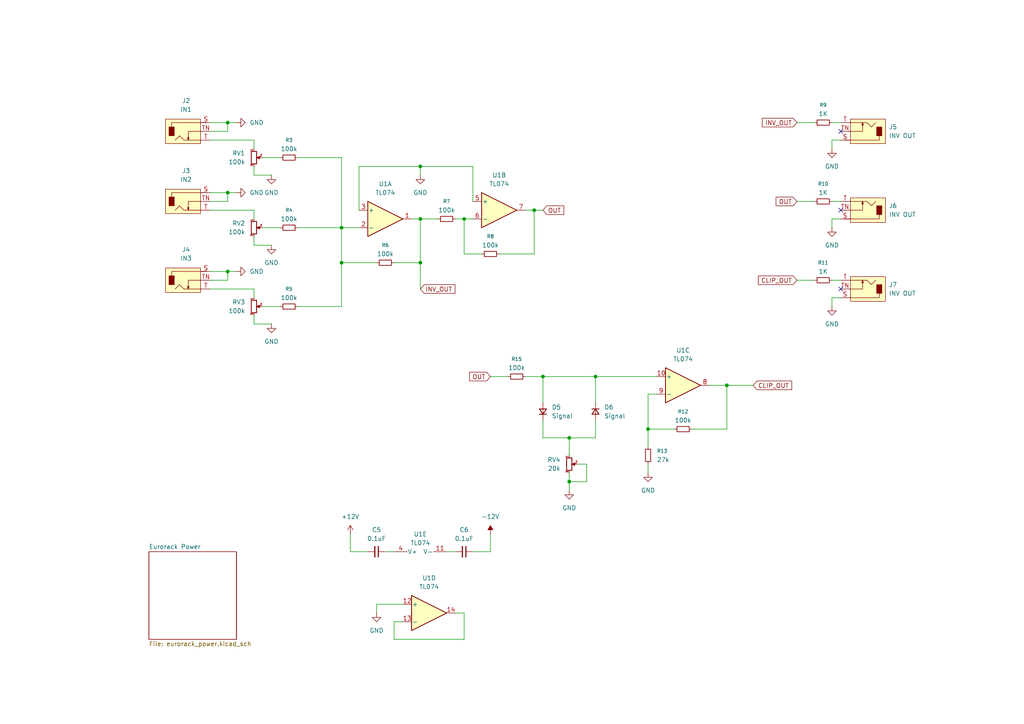
<source format=kicad_sch>
(kicad_sch (version 20250114) (generator "eeschema") (generator_version "9.0")
  (paper "A4")
  (lib_symbols
    (symbol "Amplifier_Operational:TL074" (pin_names (offset 0.127))
      (property "Reference" "U" (at 0 5.08 0))
      (property "Value" "TL074" (at 0 -5.08 0))
      (symbol "TL074_1_1"
        (polyline (pts (xy -5.08 5.08) (xy 5.08 0) (xy -5.08 -5.08) (xy -5.08 5.08)) (stroke (width 0.254)) (fill (type background)))
        (pin input line (at -7.62 2.54 0) (length 2.54) (name "+") (number "3"))
        (pin input line (at -7.62 -2.54 0) (length 2.54) (name "-") (number "2"))
        (pin output line (at 7.62 0 180) (length 2.54) (name "~") (number "1"))
      )
      (symbol "TL074_2_1"
        (polyline (pts (xy -5.08 5.08) (xy 5.08 0) (xy -5.08 -5.08) (xy -5.08 5.08)) (stroke (width 0.254)) (fill (type background)))
        (pin input line (at -7.62 2.54 0) (length 2.54) (name "+") (number "5"))
        (pin input line (at -7.62 -2.54 0) (length 2.54) (name "-") (number "6"))
        (pin output line (at 7.62 0 180) (length 2.54) (name "~") (number "7"))
      )
      (symbol "TL074_3_1"
        (polyline (pts (xy -5.08 5.08) (xy 5.08 0) (xy -5.08 -5.08) (xy -5.08 5.08)) (stroke (width 0.254)) (fill (type background)))
        (pin input line (at -7.62 2.54 0) (length 2.54) (name "+") (number "10"))
        (pin input line (at -7.62 -2.54 0) (length 2.54) (name "-") (number "9"))
        (pin output line (at 7.62 0 180) (length 2.54) (name "~") (number "8"))
      )
      (symbol "TL074_4_1"
        (polyline (pts (xy -5.08 5.08) (xy 5.08 0) (xy -5.08 -5.08) (xy -5.08 5.08)) (stroke (width 0.254)) (fill (type background)))
        (pin input line (at -7.62 2.54 0) (length 2.54) (name "+") (number "12"))
        (pin input line (at -7.62 -2.54 0) (length 2.54) (name "-") (number "13"))
        (pin output line (at 7.62 0 180) (length 2.54) (name "~") (number "14"))
      )
      (symbol "TL074_5_1"
        (pin power_in line (at -2.54 7.62 270) (length 3.81) (name "V+") (number "4"))
        (pin power_in line (at -2.54 -7.62 90) (length 3.81) (name "V-") (number "11"))
      )
    )
    (symbol "Device:C_Small" (pin_numbers (hide yes)) (pin_names (offset 0.254) (hide yes))
      (property "Reference" "C" (at 0.254 1.778 0))
      (property "Value" "C_Small" (at 0.254 -2.032 0))
      (symbol "C_Small_0_1"
        (polyline (pts (xy -1.524 0.508) (xy 1.524 0.508)) (stroke (width 0.3048)))
        (polyline (pts (xy -1.524 -0.508) (xy 1.524 -0.508)) (stroke (width 0.3302)))
      )
      (symbol "C_Small_1_1"
        (pin passive line (at 0 2.54 270) (length 2.032) (name "~") (number "1"))
        (pin passive line (at 0 -2.54 90) (length 2.032) (name "~") (number "2"))
      )
    )
    (symbol "Device:D_Small" (pin_numbers (hide yes)) (pin_names (offset 0.254) (hide yes))
      (property "Reference" "D" (at -1.27 2.032 0))
      (property "Value" "D_Small" (at -3.81 -2.032 0))
      (symbol "D_Small_0_1"
        (polyline (pts (xy -0.762 0) (xy 0.762 0)))
        (polyline (pts (xy -0.762 -1.016) (xy -0.762 1.016)) (stroke (width 0.254)))
        (polyline (pts (xy 0.762 -1.016) (xy -0.762 0) (xy 0.762 1.016) (xy 0.762 -1.016)) (stroke (width 0.254)))
      )
      (symbol "D_Small_1_1"
        (pin passive line (at -2.54 0 0) (length 1.778) (name "K") (number "1"))
        (pin passive line (at 2.54 0 180) (length 1.778) (name "A") (number "2"))
      )
    )
    (symbol "Device:R_Potentiometer_Small" (pin_names (offset 1.016) (hide yes))
      (property "Reference" "RV" (at -4.445 0 90))
      (property "Value" "R_Potentiometer_Small" (at -2.54 0 90))
      (symbol "R_Potentiometer_Small_0_1"
        (rectangle (start 0.762 1.8034) (end -0.762 -1.8034) (stroke (width 0.254)))
        (polyline (pts (xy 0.889 0) (xy 0.635 0) (xy 1.651 0.381) (xy 1.651 -0.381) (xy 0.635 0) (xy 0.889 0)) (fill (type outline)))
      )
      (symbol "R_Potentiometer_Small_1_1"
        (pin passive line (at 0 2.54 270) (length 0.635) (name "1") (number "1"))
        (pin passive line (at 0 -2.54 90) (length 0.635) (name "3") (number "3"))
        (pin passive line (at 2.54 0 180) (length 0.9906) (name "2") (number "2"))
      )
    )
    (symbol "Device:R_Small" (pin_numbers (hide yes)) (pin_names (offset 0.254) (hide yes))
      (property "Reference" "R" (at 0 0 90))
      (property "Value" "R_Small" (at 1.778 0 90))
      (symbol "R_Small_0_1"
        (rectangle (start -0.762 1.778) (end 0.762 -1.778) (stroke (width 0.2032)))
      )
      (symbol "R_Small_1_1"
        (pin passive line (at 0 2.54 270) (length 0.762) (name "~") (number "1"))
        (pin passive line (at 0 -2.54 90) (length 0.762) (name "~") (number "2"))
      )
    )
    (symbol "Eurorack:PJ398"
      (property "Reference" "J" (at -9.144 2.286 0))
      (symbol "PJ398_0_1"
        (rectangle (start -12.954 1.016) (end -2.794 -6.096) (fill (type background)))
        (rectangle (start -11.938 -1.27) (end -10.414 -3.81) (fill (type outline)))
        (polyline (pts (xy -6.35 -5.08) (xy -6.096 -4.318) (xy -6.604 -4.318) (xy -6.35 -5.08)) (fill (type outline)))
        (polyline (pts (xy -2.54 -2.54) (xy -6.35 -2.54) (xy -6.35 -5.08)))
        (polyline (pts (xy -2.54 -5.08) (xy -7.62 -5.08) (xy -8.89 -3.81) (xy -10.16 -5.08)))
        (polyline (pts (xy -1.016 0) (xy -11.176 0) (xy -11.176 -1.27)))
      )
      (symbol "PJ398_1_1"
        (pin passive line (at 0 0 180) (length 2.54) (name "") (number "S"))
        (pin passive line (at 0 -2.54 180) (length 2.54) (name "") (number "TN"))
        (pin passive line (at 0 -5.08 180) (length 2.54) (name "") (number "T"))
      )
    )
    (symbol "power:+12V" (power) (pin_numbers (hide yes)) (pin_names (offset 0) (hide yes))
      (property "Value" "+12V" (at 0 3.556 0))
      (symbol "+12V_0_1"
        (polyline (pts (xy -0.762 1.27) (xy 0 2.54)))
        (polyline (pts (xy 0 2.54) (xy 0.762 1.27)))
        (polyline (pts (xy 0 0) (xy 0 2.54)))
      )
      (symbol "+12V_1_1"
        (pin power_in line (at 0 0 90) (length 0) (name "~") (number "1"))
      )
    )
    (symbol "power:-12V" (power) (pin_numbers (hide yes)) (pin_names (offset 0) (hide yes))
      (property "Value" "-12V" (at 0 3.556 0))
      (symbol "-12V_0_0"
        (pin power_in line (at 0 0 90) (length 0) (name "~") (number "1"))
      )
      (symbol "-12V_0_1"
        (polyline (pts (xy 0 0) (xy 0 1.27) (xy 0.762 1.27) (xy 0 2.54) (xy -0.762 1.27) (xy 0 1.27)) (fill (type outline)))
      )
    )
    (symbol "power:GND" (power) (pin_numbers (hide yes)) (pin_names (offset 0) (hide yes))
      (property "Value" "GND" (at 0 -3.81 0))
      (symbol "GND_0_1"
        (polyline (pts (xy 0 0) (xy 0 -1.27) (xy 1.27 -1.27) (xy 0 -2.54) (xy -1.27 -1.27) (xy 0 -1.27)))
      )
      (symbol "GND_1_1"
        (pin power_in line (at 0 0 270) (length 0) (name "~") (number "1"))
      )
    )
  )
  (junction (at 121.92 48.26))
  (junction (at 121.92 76.2))
  (junction (at 187.96 124.46))
  (junction (at 165.1 127))
  (junction (at 172.72 109.22))
  (junction (at 66.04 78.74))
  (junction (at 99.06 66.04))
  (junction (at 134.62 63.5))
  (junction (at 99.06 76.2))
  (junction (at 210.82 111.76))
  (junction (at 154.94 60.96))
  (junction (at 66.04 55.88))
  (junction (at 157.48 109.22))
  (junction (at 165.1 139.7))
  (junction (at 121.92 63.5))
  (junction (at 66.04 35.56))
  (no_connect (at 243.84 60.96))
  (no_connect (at 243.84 38.1))
  (no_connect (at 243.84 83.82))
  (wire (pts (xy 78.74 93.98) (xy 73.66 93.98)))
  (wire (pts (xy 187.96 134.62) (xy 187.96 137.16)))
  (wire (pts (xy 157.48 109.22) (xy 157.48 116.84)))
  (wire (pts (xy 165.1 127) (xy 165.1 132.08)))
  (wire (pts (xy 73.66 71.12) (xy 73.66 68.58)))
  (wire (pts (xy 132.08 177.8) (xy 134.62 177.8)))
  (wire (pts (xy 114.3 185.42) (xy 114.3 180.34)))
  (wire (pts (xy 81.28 66.04) (xy 76.2 66.04)))
  (wire (pts (xy 121.92 63.5) (xy 121.92 76.2)))
  (wire (pts (xy 66.04 78.74) (xy 68.58 78.74)))
  (wire (pts (xy 60.96 55.88) (xy 66.04 55.88)))
  (wire (pts (xy 60.96 83.82) (xy 73.66 83.82)))
  (wire (pts (xy 195.58 124.46) (xy 187.96 124.46)))
  (wire (pts (xy 172.72 116.84) (xy 172.72 109.22)))
  (wire (pts (xy 81.28 45.72) (xy 76.2 45.72)))
  (wire (pts (xy 101.6 154.94) (xy 101.6 160.02)))
  (wire (pts (xy 134.62 177.8) (xy 134.62 185.42)))
  (wire (pts (xy 66.04 81.28) (xy 66.04 78.74)))
  (wire (pts (xy 86.36 66.04) (xy 99.06 66.04)))
  (wire (pts (xy 116.84 175.26) (xy 109.22 175.26)))
  (wire (pts (xy 60.96 38.1) (xy 66.04 38.1)))
  (wire (pts (xy 157.48 127) (xy 165.1 127)))
  (wire (pts (xy 187.96 124.46) (xy 187.96 114.3)))
  (wire (pts (xy 165.1 137.16) (xy 165.1 139.7)))
  (wire (pts (xy 99.06 66.04) (xy 99.06 76.2)))
  (wire (pts (xy 157.48 109.22) (xy 172.72 109.22)))
  (wire (pts (xy 99.06 66.04) (xy 104.14 66.04)))
  (wire (pts (xy 210.82 124.46) (xy 210.82 111.76)))
  (wire (pts (xy 81.28 88.9) (xy 76.2 88.9)))
  (wire (pts (xy 241.3 63.5) (xy 243.84 63.5)))
  (wire (pts (xy 231.14 81.28) (xy 236.22 81.28)))
  (wire (pts (xy 165.1 127) (xy 172.72 127)))
  (wire (pts (xy 101.6 160.02) (xy 106.68 160.02)))
  (wire (pts (xy 114.3 76.2) (xy 121.92 76.2)))
  (wire (pts (xy 139.7 73.66) (xy 134.62 73.66)))
  (wire (pts (xy 73.66 40.64) (xy 73.66 43.18)))
  (wire (pts (xy 60.96 40.64) (xy 73.66 40.64)))
  (wire (pts (xy 170.18 134.62) (xy 170.18 139.7)))
  (wire (pts (xy 121.92 50.8) (xy 121.92 48.26)))
  (wire (pts (xy 104.14 60.96) (xy 104.14 48.26)))
  (wire (pts (xy 154.94 60.96) (xy 154.94 73.66)))
  (wire (pts (xy 66.04 55.88) (xy 68.58 55.88)))
  (wire (pts (xy 142.24 109.22) (xy 147.32 109.22)))
  (wire (pts (xy 134.62 63.5) (xy 134.62 73.66)))
  (wire (pts (xy 137.16 160.02) (xy 142.24 160.02)))
  (wire (pts (xy 241.3 81.28) (xy 243.84 81.28)))
  (wire (pts (xy 241.3 86.36) (xy 241.3 88.9)))
  (wire (pts (xy 121.92 63.5) (xy 127 63.5)))
  (wire (pts (xy 60.96 81.28) (xy 66.04 81.28)))
  (wire (pts (xy 73.66 83.82) (xy 73.66 86.36)))
  (wire (pts (xy 152.4 109.22) (xy 157.48 109.22)))
  (wire (pts (xy 104.14 48.26) (xy 121.92 48.26)))
  (wire (pts (xy 241.3 63.5) (xy 241.3 66.04)))
  (wire (pts (xy 165.1 139.7) (xy 170.18 139.7)))
  (wire (pts (xy 137.16 58.42) (xy 137.16 48.26)))
  (wire (pts (xy 66.04 58.42) (xy 66.04 55.88)))
  (wire (pts (xy 73.66 50.8) (xy 73.66 48.26)))
  (wire (pts (xy 99.06 45.72) (xy 86.36 45.72)))
  (wire (pts (xy 73.66 60.96) (xy 73.66 63.5)))
  (wire (pts (xy 60.96 35.56) (xy 66.04 35.56)))
  (wire (pts (xy 241.3 40.64) (xy 243.84 40.64)))
  (wire (pts (xy 157.48 121.92) (xy 157.48 127)))
  (wire (pts (xy 111.76 160.02) (xy 114.3 160.02)))
  (wire (pts (xy 129.54 160.02) (xy 132.08 160.02)))
  (wire (pts (xy 241.3 86.36) (xy 243.84 86.36)))
  (wire (pts (xy 121.92 48.26) (xy 137.16 48.26)))
  (wire (pts (xy 205.74 111.76) (xy 210.82 111.76)))
  (wire (pts (xy 99.06 45.72) (xy 99.06 66.04)))
  (wire (pts (xy 241.3 40.64) (xy 241.3 43.18)))
  (wire (pts (xy 134.62 63.5) (xy 137.16 63.5)))
  (wire (pts (xy 167.64 134.62) (xy 170.18 134.62)))
  (wire (pts (xy 66.04 35.56) (xy 68.58 35.56)))
  (wire (pts (xy 231.14 58.42) (xy 236.22 58.42)))
  (wire (pts (xy 78.74 71.12) (xy 73.66 71.12)))
  (wire (pts (xy 60.96 78.74) (xy 66.04 78.74)))
  (wire (pts (xy 132.08 63.5) (xy 134.62 63.5)))
  (wire (pts (xy 60.96 58.42) (xy 66.04 58.42)))
  (wire (pts (xy 73.66 93.98) (xy 73.66 91.44)))
  (wire (pts (xy 200.66 124.46) (xy 210.82 124.46)))
  (wire (pts (xy 142.24 154.94) (xy 142.24 160.02)))
  (wire (pts (xy 66.04 38.1) (xy 66.04 35.56)))
  (wire (pts (xy 210.82 111.76) (xy 218.44 111.76)))
  (wire (pts (xy 172.72 109.22) (xy 190.5 109.22)))
  (wire (pts (xy 78.74 50.8) (xy 73.66 50.8)))
  (wire (pts (xy 99.06 76.2) (xy 99.06 88.9)))
  (wire (pts (xy 109.22 175.26) (xy 109.22 177.8)))
  (wire (pts (xy 152.4 60.96) (xy 154.94 60.96)))
  (wire (pts (xy 60.96 60.96) (xy 73.66 60.96)))
  (wire (pts (xy 119.38 63.5) (xy 121.92 63.5)))
  (wire (pts (xy 187.96 129.54) (xy 187.96 124.46)))
  (wire (pts (xy 99.06 76.2) (xy 109.22 76.2)))
  (wire (pts (xy 165.1 139.7) (xy 165.1 142.24)))
  (wire (pts (xy 121.92 76.2) (xy 121.92 83.82)))
  (wire (pts (xy 154.94 73.66) (xy 144.78 73.66)))
  (wire (pts (xy 231.14 35.56) (xy 236.22 35.56)))
  (wire (pts (xy 154.94 60.96) (xy 157.48 60.96)))
  (wire (pts (xy 172.72 121.92) (xy 172.72 127)))
  (wire (pts (xy 187.96 114.3) (xy 190.5 114.3)))
  (wire (pts (xy 114.3 180.34) (xy 116.84 180.34)))
  (wire (pts (xy 241.3 35.56) (xy 243.84 35.56)))
  (wire (pts (xy 241.3 58.42) (xy 243.84 58.42)))
  (wire (pts (xy 86.36 88.9) (xy 99.06 88.9)))
  (wire (pts (xy 134.62 185.42) (xy 114.3 185.42)))
  (global_label "CLIP_OUT" (shape input) (at 218.44 111.76 0) (property "Intersheetrefs" "${INTERSHEET_REFS}" (effects (hide yes))))
  (global_label "OUT" (shape input) (at 142.24 109.22 180) (property "Intersheetrefs" "${INTERSHEET_REFS}" (effects (hide yes))))
  (global_label "INV_OUT" (shape input) (at 231.14 35.56 180) (property "Intersheetrefs" "${INTERSHEET_REFS}" (effects (hide yes))))
  (global_label "CLIP_OUT" (shape input) (at 231.14 81.28 180) (property "Intersheetrefs" "${INTERSHEET_REFS}" (effects (hide yes))))
  (global_label "OUT" (shape input) (at 157.48 60.96 0) (property "Intersheetrefs" "${INTERSHEET_REFS}" (effects (hide yes))))
  (global_label "INV_OUT" (shape input) (at 121.92 83.82 0) (property "Intersheetrefs" "${INTERSHEET_REFS}" (effects (hide yes))))
  (global_label "OUT" (shape input) (at 231.14 58.42 180) (property "Intersheetrefs" "${INTERSHEET_REFS}" (effects (hide yes))))
  (symbol (lib_id "Device:D_Small") (at 157.48 119.38 90) (unit 1)
    (property "Reference" "D5" (at 160.02 118.1099 90) (effects (justify right)))
    (property "Value" "Signal" (at 160.02 120.6499 90) (effects (justify right)))
    (property "Description" "Diode, small symbol" (effects (hide yes)))
    (property "Sim.Device" "D" (effects (hide yes)))
    (property "Sim.Pins" "1=K 2=A" (effects (hide yes)))
  )
  (symbol (lib_id "Amplifier_Operational:TL074") (at 121.92 157.48 90) (unit 5)
    (property "Reference" "U1" (at 121.92 154.94 90))
    (property "Value" "TL074" (at 121.92 157.48 90))
    (property "Datasheet" "http://www.ti.com/lit/ds/symlink/tl071.pdf" (effects (hide yes)))
    (property "Description" "Quad Low-Noise JFET-Input Operational Amplifiers, DIP-14/SOIC-14" (effects (hide yes)))
  )
  (symbol (lib_id "power:GND") (at 68.58 55.88 90) (unit 1)
    (property "Reference" "#PWR012" (effects (hide yes)))
    (property "Value" "GND" (at 72.39 55.8799 90) (effects (justify right)))
    (property "Description" "Power symbol creates a global label with name \"GND\" , ground" (effects (hide yes)))
  )
  (symbol (lib_id "Eurorack:PJ398") (at 243.84 63.5 180) (unit 1)
    (property "Reference" "J6" (at 257.81 59.6899 0) (effects (justify right)))
    (property "Value" "INV OUT" (at 257.81 62.2299 0) (effects (justify right)))
  )
  (symbol (lib_id "Device:R_Small") (at 83.82 66.04 90) (unit 1)
    (property "Reference" "R4" (at 83.82 60.96 90) (effects (font (size 1.016 1.016))))
    (property "Value" "100k" (at 83.82 63.5 90))
    (property "Description" "Resistor, small symbol" (effects (hide yes)))
  )
  (symbol (lib_id "power:GND") (at 78.74 50.8 0) (unit 1)
    (property "Reference" "#PWR018" (effects (hide yes)))
    (property "Value" "GND" (at 78.74 55.88 0))
    (property "Description" "Power symbol creates a global label with name \"GND\" , ground" (effects (hide yes)))
  )
  (symbol (lib_id "Device:R_Small") (at 83.82 45.72 90) (unit 1)
    (property "Reference" "R3" (at 83.82 40.64 90) (effects (font (size 1.016 1.016))))
    (property "Value" "100k" (at 83.82 43.18 90))
    (property "Description" "Resistor, small symbol" (effects (hide yes)))
  )
  (symbol (lib_id "Amplifier_Operational:TL074") (at 111.76 63.5 0) (unit 1)
    (property "Reference" "U1" (at 111.76 53.34 0))
    (property "Value" "TL074" (at 111.76 55.88 0))
    (property "Datasheet" "http://www.ti.com/lit/ds/symlink/tl071.pdf" (effects (hide yes)))
    (property "Description" "Quad Low-Noise JFET-Input Operational Amplifiers, DIP-14/SOIC-14" (effects (hide yes)))
  )
  (symbol (lib_id "Device:C_Small") (at 109.22 160.02 270) (unit 1)
    (property "Reference" "C5" (at 109.2136 153.67 90))
    (property "Value" "0.1uF" (at 109.2136 156.21 90))
    (property "Description" "Unpolarized capacitor, small symbol" (effects (hide yes)))
  )
  (symbol (lib_id "Device:R_Potentiometer_Small") (at 73.66 66.04 0) (unit 1)
    (property "Reference" "RV2" (at 71.12 64.7699 0) (effects (justify right)))
    (property "Value" "100k" (at 71.12 67.3099 0) (effects (justify right)))
    (property "Description" "Potentiometer" (effects (hide yes)))
  )
  (symbol (lib_id "power:GND") (at 121.92 50.8 0) (unit 1)
    (property "Reference" "#PWR017" (effects (hide yes)))
    (property "Value" "GND" (at 121.92 55.88 0))
    (property "Description" "Power symbol creates a global label with name \"GND\" , ground" (effects (hide yes)))
  )
  (symbol (lib_id "power:GND") (at 241.3 43.18 0) (unit 1)
    (property "Reference" "#PWR014" (effects (hide yes)))
    (property "Value" "GND" (at 241.3 48.26 0))
    (property "Description" "Power symbol creates a global label with name \"GND\" , ground" (effects (hide yes)))
  )
  (symbol (lib_id "Device:R_Small") (at 149.86 109.22 90) (unit 1)
    (property "Reference" "R15" (at 149.86 104.14 90) (effects (font (size 1.016 1.016))))
    (property "Value" "100k" (at 149.86 106.68 90))
    (property "Description" "Resistor, small symbol" (effects (hide yes)))
  )
  (symbol (lib_id "Amplifier_Operational:TL074") (at 144.78 60.96 0) (unit 2)
    (property "Reference" "U1" (at 144.78 50.8 0))
    (property "Value" "TL074" (at 144.78 53.34 0))
    (property "Datasheet" "http://www.ti.com/lit/ds/symlink/tl071.pdf" (effects (hide yes)))
    (property "Description" "Quad Low-Noise JFET-Input Operational Amplifiers, DIP-14/SOIC-14" (effects (hide yes)))
  )
  (symbol (lib_id "power:GND") (at 68.58 35.56 90) (unit 1)
    (property "Reference" "#PWR011" (effects (hide yes)))
    (property "Value" "GND" (at 72.39 35.5599 90) (effects (justify right)))
    (property "Description" "Power symbol creates a global label with name \"GND\" , ground" (effects (hide yes)))
  )
  (symbol (lib_id "power:-12V") (at 142.24 154.94 0) (unit 1)
    (property "Reference" "#PWR09" (effects (hide yes)))
    (property "Value" "-12V" (at 142.24 149.86 0))
    (property "Description" "Power symbol creates a global label with name \"-12V\"" (effects (hide yes)))
  )
  (symbol (lib_id "power:GND") (at 78.74 71.12 0) (unit 1)
    (property "Reference" "#PWR019" (effects (hide yes)))
    (property "Value" "GND" (at 78.74 76.2 0))
    (property "Description" "Power symbol creates a global label with name \"GND\" , ground" (effects (hide yes)))
  )
  (symbol (lib_id "Device:D_Small") (at 172.72 119.38 270) (unit 1)
    (property "Reference" "D6" (at 175.26 118.1099 90) (effects (justify left)))
    (property "Value" "Signal" (at 175.26 120.6499 90) (effects (justify left)))
    (property "Description" "Diode, small symbol" (effects (hide yes)))
    (property "Sim.Device" "D" (effects (hide yes)))
    (property "Sim.Pins" "1=K 2=A" (effects (hide yes)))
  )
  (symbol (lib_id "Device:R_Small") (at 142.24 73.66 90) (unit 1)
    (property "Reference" "R8" (at 142.24 68.58 90) (effects (font (size 1.016 1.016))))
    (property "Value" "100k" (at 142.24 71.12 90))
    (property "Description" "Resistor, small symbol" (effects (hide yes)))
  )
  (symbol (lib_id "Device:R_Small") (at 238.76 58.42 270) (unit 1)
    (property "Reference" "R10" (at 238.76 53.34 90) (effects (font (size 1.016 1.016))))
    (property "Value" "1K" (at 238.76 55.88 90))
    (property "Description" "Resistor, small symbol" (effects (hide yes)))
  )
  (symbol (lib_id "Eurorack:PJ398") (at 243.84 86.36 180) (unit 1)
    (property "Reference" "J7" (at 257.81 82.5499 0) (effects (justify right)))
    (property "Value" "INV OUT" (at 257.81 85.0899 0) (effects (justify right)))
  )
  (symbol (lib_id "Device:R_Small") (at 238.76 81.28 270) (unit 1)
    (property "Reference" "R11" (at 238.76 76.2 90) (effects (font (size 1.016 1.016))))
    (property "Value" "1K" (at 238.76 78.74 90))
    (property "Description" "Resistor, small symbol" (effects (hide yes)))
  )
  (symbol (lib_id "Eurorack:PJ398") (at 243.84 40.64 180) (unit 1)
    (property "Reference" "J5" (at 257.81 36.8299 0) (effects (justify right)))
    (property "Value" "INV OUT" (at 257.81 39.3699 0) (effects (justify right)))
  )
  (symbol (lib_id "Amplifier_Operational:TL074") (at 198.12 111.76 0) (unit 3)
    (property "Reference" "U1" (at 198.12 101.6 0))
    (property "Value" "TL074" (at 198.12 104.14 0))
    (property "Datasheet" "http://www.ti.com/lit/ds/symlink/tl071.pdf" (effects (hide yes)))
    (property "Description" "Quad Low-Noise JFET-Input Operational Amplifiers, DIP-14/SOIC-14" (effects (hide yes)))
  )
  (symbol (lib_id "power:GND") (at 109.22 177.8 0) (unit 1)
    (property "Reference" "#PWR010" (effects (hide yes)))
    (property "Value" "GND" (at 109.22 182.88 0))
    (property "Description" "Power symbol creates a global label with name \"GND\" , ground" (effects (hide yes)))
  )
  (symbol (lib_id "power:GND") (at 241.3 66.04 0) (unit 1)
    (property "Reference" "#PWR015" (effects (hide yes)))
    (property "Value" "GND" (at 241.3 71.12 0))
    (property "Description" "Power symbol creates a global label with name \"GND\" , ground" (effects (hide yes)))
  )
  (symbol (lib_id "Amplifier_Operational:TL074") (at 124.46 177.8 0) (unit 4)
    (property "Reference" "U1" (at 124.46 167.64 0))
    (property "Value" "TL074" (at 124.46 170.18 0))
    (property "Datasheet" "http://www.ti.com/lit/ds/symlink/tl071.pdf" (effects (hide yes)))
    (property "Description" "Quad Low-Noise JFET-Input Operational Amplifiers, DIP-14/SOIC-14" (effects (hide yes)))
  )
  (symbol (lib_id "Device:R_Small") (at 187.96 132.08 0) (unit 1)
    (property "Reference" "R13" (at 190.5 130.8099 0) (effects (font (size 1.016 1.016)) (justify left)))
    (property "Value" "27k" (at 190.5 133.3499 0) (effects (justify left)))
    (property "Description" "Resistor, small symbol" (effects (hide yes)))
  )
  (symbol (lib_id "Eurorack:PJ398") (at 60.96 78.74 0) (unit 1)
    (property "Reference" "J4" (at 53.975 72.39 0))
    (property "Value" "IN3" (at 53.975 74.93 0))
  )
  (symbol (lib_id "Eurorack:PJ398") (at 60.96 35.56 0) (unit 1)
    (property "Reference" "J2" (at 53.975 29.21 0))
    (property "Value" "IN1" (at 53.975 31.75 0))
  )
  (symbol (lib_id "power:+12V") (at 101.6 154.94 0) (unit 1)
    (property "Reference" "#PWR06" (effects (hide yes)))
    (property "Value" "+12V" (at 101.6 149.86 0))
    (property "Description" "Power symbol creates a global label with name \"+12V\"" (effects (hide yes)))
  )
  (symbol (lib_id "power:GND") (at 68.58 78.74 90) (unit 1)
    (property "Reference" "#PWR013" (effects (hide yes)))
    (property "Value" "GND" (at 72.39 78.7399 90) (effects (justify right)))
    (property "Description" "Power symbol creates a global label with name \"GND\" , ground" (effects (hide yes)))
  )
  (symbol (lib_id "Device:R_Small") (at 238.76 35.56 270) (unit 1)
    (property "Reference" "R9" (at 238.76 30.48 90) (effects (font (size 1.016 1.016))))
    (property "Value" "1K" (at 238.76 33.02 90))
    (property "Description" "Resistor, small symbol" (effects (hide yes)))
  )
  (symbol (lib_id "power:GND") (at 78.74 93.98 0) (unit 1)
    (property "Reference" "#PWR020" (effects (hide yes)))
    (property "Value" "GND" (at 78.74 99.06 0))
    (property "Description" "Power symbol creates a global label with name \"GND\" , ground" (effects (hide yes)))
  )
  (symbol (lib_id "Device:R_Potentiometer_Small") (at 73.66 88.9 0) (unit 1)
    (property "Reference" "RV3" (at 71.12 87.6299 0) (effects (justify right)))
    (property "Value" "100k" (at 71.12 90.1699 0) (effects (justify right)))
    (property "Description" "Potentiometer" (effects (hide yes)))
  )
  (symbol (lib_id "Device:R_Small") (at 83.82 88.9 90) (unit 1)
    (property "Reference" "R5" (at 83.82 83.82 90) (effects (font (size 1.016 1.016))))
    (property "Value" "100k" (at 83.82 86.36 90))
    (property "Description" "Resistor, small symbol" (effects (hide yes)))
  )
  (symbol (lib_id "Device:R_Small") (at 129.54 63.5 90) (unit 1)
    (property "Reference" "R7" (at 129.54 58.42 90) (effects (font (size 1.016 1.016))))
    (property "Value" "100k" (at 129.54 60.96 90))
    (property "Description" "Resistor, small symbol" (effects (hide yes)))
  )
  (symbol (lib_id "Device:R_Small") (at 111.76 76.2 90) (unit 1)
    (property "Reference" "R6" (at 111.76 71.12 90) (effects (font (size 1.016 1.016))))
    (property "Value" "100k" (at 111.76 73.66 90))
    (property "Description" "Resistor, small symbol" (effects (hide yes)))
  )
  (symbol (lib_id "Device:R_Small") (at 198.12 124.46 90) (unit 1)
    (property "Reference" "R12" (at 198.12 119.38 90) (effects (font (size 1.016 1.016))))
    (property "Value" "100k" (at 198.12 121.92 90))
    (property "Description" "Resistor, small symbol" (effects (hide yes)))
  )
  (symbol (lib_id "Device:R_Potentiometer_Small") (at 165.1 134.62 0) (unit 1)
    (property "Reference" "RV4" (at 162.56 133.3499 0) (effects (justify right)))
    (property "Value" "20k" (at 162.56 135.8899 0) (effects (justify right)))
    (property "Description" "Potentiometer" (effects (hide yes)))
  )
  (symbol (lib_id "power:GND") (at 187.96 137.16 0) (unit 1)
    (property "Reference" "#PWR021" (effects (hide yes)))
    (property "Value" "GND" (at 187.96 142.24 0))
    (property "Description" "Power symbol creates a global label with name \"GND\" , ground" (effects (hide yes)))
  )
  (symbol (lib_id "Eurorack:PJ398") (at 60.96 55.88 0) (unit 1)
    (property "Reference" "J3" (at 53.975 49.53 0))
    (property "Value" "IN2" (at 53.975 52.07 0))
  )
  (symbol (lib_id "Device:C_Small") (at 134.62 160.02 270) (unit 1)
    (property "Reference" "C6" (at 134.6136 153.67 90))
    (property "Value" "0.1uF" (at 134.6136 156.21 90))
    (property "Description" "Unpolarized capacitor, small symbol" (effects (hide yes)))
  )
  (symbol (lib_id "power:GND") (at 165.1 142.24 0) (unit 1)
    (property "Reference" "#PWR022" (effects (hide yes)))
    (property "Value" "GND" (at 165.1 147.32 0))
    (property "Description" "Power symbol creates a global label with name \"GND\" , ground" (effects (hide yes)))
  )
  (symbol (lib_id "Device:R_Potentiometer_Small") (at 73.66 45.72 0) (unit 1)
    (property "Reference" "RV1" (at 71.12 44.4499 0) (effects (justify right)))
    (property "Value" "100k" (at 71.12 46.9899 0) (effects (justify right)))
    (property "Description" "Potentiometer" (effects (hide yes)))
  )
  (symbol (lib_id "power:GND") (at 241.3 88.9 0) (unit 1)
    (property "Reference" "#PWR016" (effects (hide yes)))
    (property "Value" "GND" (at 241.3 93.98 0))
    (property "Description" "Power symbol creates a global label with name \"GND\" , ground" (effects (hide yes)))
  )
  (sheet (at 43.18 160.02) (size 25.4 25.4) (stroke (width 0.1524))
    (property "Sheetname" "Eurorack Power" (at 43.18 159.3084 0) (effects (justify left bottom)))
    (property "Sheetfile" "eurorack_power.kicad_sch" (at 43.18 186.0046 0) (effects (justify left top)))
  )
)
</source>
